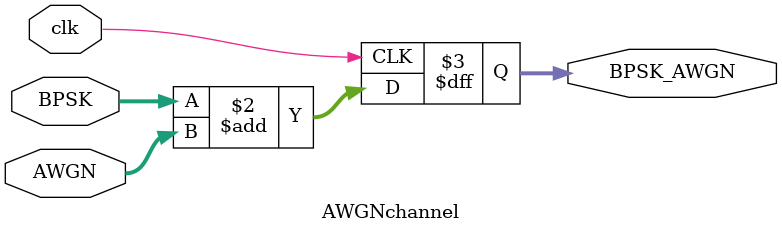
<source format=v>
`timescale 1ns / 1ps

module AWGNchannel(
    input clk,
    input [7:0] BPSK,
    input [7:0] AWGN,
    output [8:0] BPSK_AWGN
);
	
	// Based on the controller I want to add an enable
	always@(posedge clk)begin
		BPSK_AWGN = BPSK + AWGN;
	end

endmodule

</source>
